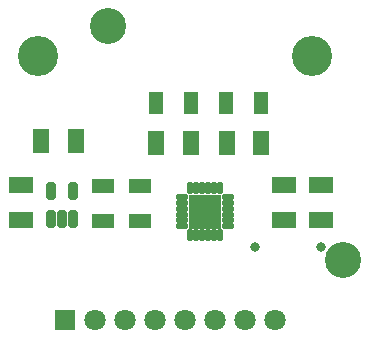
<source format=gts>
%FSLAX44Y44*%
%MOMM*%
G71*
G01*
G75*
G04 Layer_Color=8388736*
G04:AMPARAMS|DCode=10|XSize=0.8mm|YSize=0.35mm|CornerRadius=0.0438mm|HoleSize=0mm|Usage=FLASHONLY|Rotation=90.000|XOffset=0mm|YOffset=0mm|HoleType=Round|Shape=RoundedRectangle|*
%AMROUNDEDRECTD10*
21,1,0.8000,0.2625,0,0,90.0*
21,1,0.7125,0.3500,0,0,90.0*
1,1,0.0875,0.1313,0.3563*
1,1,0.0875,0.1313,-0.3563*
1,1,0.0875,-0.1313,-0.3563*
1,1,0.0875,-0.1313,0.3563*
%
%ADD10ROUNDEDRECTD10*%
%ADD11R,2.6000X2.7000*%
G04:AMPARAMS|DCode=12|XSize=0.85mm|YSize=0.35mm|CornerRadius=0.0438mm|HoleSize=0mm|Usage=FLASHONLY|Rotation=180.000|XOffset=0mm|YOffset=0mm|HoleType=Round|Shape=RoundedRectangle|*
%AMROUNDEDRECTD12*
21,1,0.8500,0.2625,0,0,180.0*
21,1,0.7625,0.3500,0,0,180.0*
1,1,0.0875,-0.3812,0.1313*
1,1,0.0875,0.3812,0.1313*
1,1,0.0875,0.3812,-0.1313*
1,1,0.0875,-0.3812,-0.1313*
%
%ADD12ROUNDEDRECTD12*%
%ADD13C,1.0160*%
%ADD14R,0.9700X1.7300*%
G04:AMPARAMS|DCode=15|XSize=1.35mm|YSize=0.6mm|CornerRadius=0.075mm|HoleSize=0mm|Usage=FLASHONLY|Rotation=90.000|XOffset=0mm|YOffset=0mm|HoleType=Round|Shape=RoundedRectangle|*
%AMROUNDEDRECTD15*
21,1,1.3500,0.4500,0,0,90.0*
21,1,1.2000,0.6000,0,0,90.0*
1,1,0.1500,0.2250,0.6000*
1,1,0.1500,0.2250,-0.6000*
1,1,0.1500,-0.2250,-0.6000*
1,1,0.1500,-0.2250,0.6000*
%
%ADD15ROUNDEDRECTD15*%
%ADD16R,1.1600X1.8200*%
%ADD17R,1.8200X1.1600*%
%ADD18R,1.7300X0.9700*%
%ADD19C,0.3500*%
%ADD20C,0.4000*%
%ADD21C,1.6000*%
%ADD22R,1.6000X1.6000*%
%ADD23C,3.2000*%
%ADD24C,0.6000*%
%ADD25C,0.2000*%
%ADD26C,0.1270*%
G04:AMPARAMS|DCode=27|XSize=1mm|YSize=0.55mm|CornerRadius=0.1437mm|HoleSize=0mm|Usage=FLASHONLY|Rotation=90.000|XOffset=0mm|YOffset=0mm|HoleType=Round|Shape=RoundedRectangle|*
%AMROUNDEDRECTD27*
21,1,1.0000,0.2625,0,0,90.0*
21,1,0.7125,0.5500,0,0,90.0*
1,1,0.2875,0.1313,0.3563*
1,1,0.2875,0.1313,-0.3563*
1,1,0.2875,-0.1313,-0.3563*
1,1,0.2875,-0.1313,0.3563*
%
%ADD27ROUNDEDRECTD27*%
%ADD28R,2.8000X2.9000*%
G04:AMPARAMS|DCode=29|XSize=1.05mm|YSize=0.55mm|CornerRadius=0.1437mm|HoleSize=0mm|Usage=FLASHONLY|Rotation=180.000|XOffset=0mm|YOffset=0mm|HoleType=Round|Shape=RoundedRectangle|*
%AMROUNDEDRECTD29*
21,1,1.0500,0.2625,0,0,180.0*
21,1,0.7625,0.5500,0,0,180.0*
1,1,0.2875,-0.3812,0.1313*
1,1,0.2875,0.3812,0.1313*
1,1,0.2875,0.3812,-0.1313*
1,1,0.2875,-0.3812,-0.1313*
%
%ADD29ROUNDEDRECTD29*%
%ADD30C,3.0480*%
%ADD31R,1.1700X1.9300*%
G04:AMPARAMS|DCode=32|XSize=1.55mm|YSize=0.8mm|CornerRadius=0.175mm|HoleSize=0mm|Usage=FLASHONLY|Rotation=90.000|XOffset=0mm|YOffset=0mm|HoleType=Round|Shape=RoundedRectangle|*
%AMROUNDEDRECTD32*
21,1,1.5500,0.4500,0,0,90.0*
21,1,1.2000,0.8000,0,0,90.0*
1,1,0.3500,0.2250,0.6000*
1,1,0.3500,0.2250,-0.6000*
1,1,0.3500,-0.2250,-0.6000*
1,1,0.3500,-0.2250,0.6000*
%
%ADD32ROUNDEDRECTD32*%
%ADD33R,1.3600X2.0200*%
%ADD34R,2.0200X1.3600*%
%ADD35R,1.9300X1.1700*%
%ADD36C,1.8000*%
%ADD37R,1.8000X1.8000*%
%ADD38C,3.4000*%
%ADD39C,0.8000*%
D27*
X172500Y107000D02*
D03*
X177500D02*
D03*
X182500D02*
D03*
X187500D02*
D03*
X192500D02*
D03*
X197500D02*
D03*
Y147000D02*
D03*
X192500D02*
D03*
X187500D02*
D03*
X182500D02*
D03*
X177500D02*
D03*
X172500D02*
D03*
D28*
X185000Y127000D02*
D03*
D29*
X204750Y114500D02*
D03*
Y119500D02*
D03*
Y124500D02*
D03*
Y129500D02*
D03*
Y134500D02*
D03*
Y139500D02*
D03*
X165250D02*
D03*
Y134500D02*
D03*
Y129500D02*
D03*
Y124500D02*
D03*
Y119500D02*
D03*
Y114500D02*
D03*
D30*
X103000Y284000D02*
D03*
X302000Y86000D02*
D03*
D31*
X203200Y219000D02*
D03*
X232800D02*
D03*
X143200D02*
D03*
X172800D02*
D03*
D32*
X54500Y121150D02*
D03*
X64000D02*
D03*
X73500D02*
D03*
Y144850D02*
D03*
X54500D02*
D03*
D33*
X46250Y187000D02*
D03*
X75750D02*
D03*
X203250Y185000D02*
D03*
X232750D02*
D03*
X172750D02*
D03*
X143250D02*
D03*
D34*
X29000Y120250D02*
D03*
Y149750D02*
D03*
X252000Y120250D02*
D03*
Y149750D02*
D03*
X283000Y120250D02*
D03*
Y149750D02*
D03*
D35*
X130000Y148800D02*
D03*
Y119200D02*
D03*
X99000D02*
D03*
Y148800D02*
D03*
D36*
X243900Y35000D02*
D03*
X218500D02*
D03*
X193100D02*
D03*
X167700D02*
D03*
X142300D02*
D03*
X116900D02*
D03*
X91500D02*
D03*
D37*
X66100D02*
D03*
D38*
X276000Y259000D02*
D03*
X44000D02*
D03*
D39*
X227000Y97000D02*
D03*
X283000D02*
D03*
M02*

</source>
